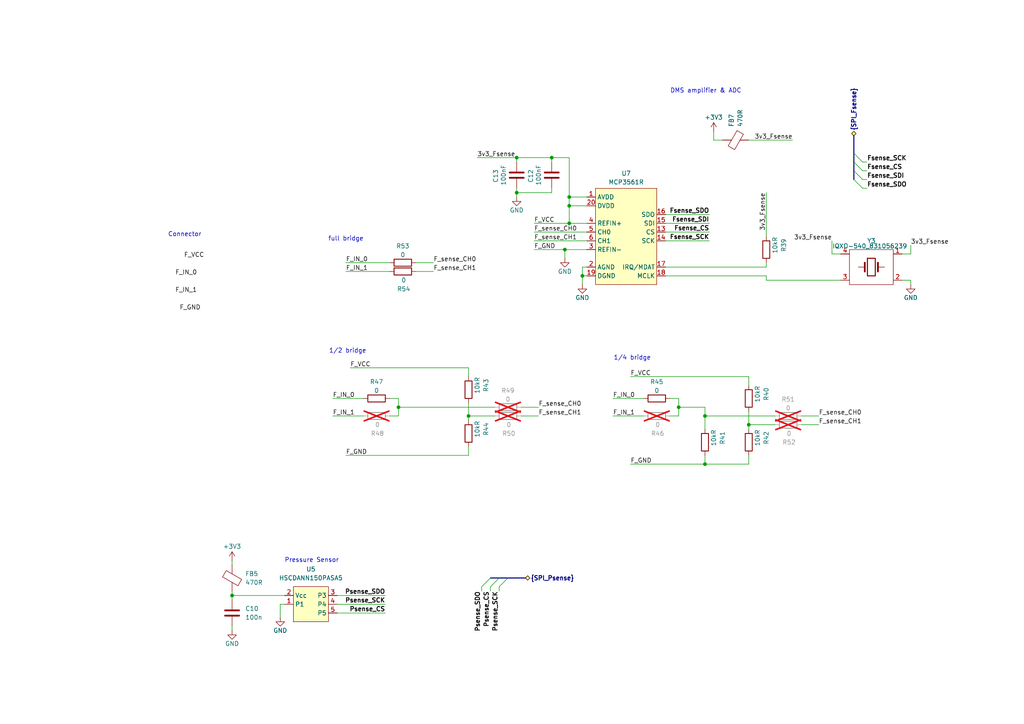
<source format=kicad_sch>
(kicad_sch (version 20250114) (generator "eeschema") (generator_version "9.0")
  (paper "A4")
  (title_block (title "Sensor MCU") (date "2025-08-23") (rev "0") (company "E.R.I.G. e.V"))
  (lib_symbols
    (symbol "Crystal_Wurth_WE-SPXO:IQXO-540_831056239" (pin_names (hide yes))
      (property "Reference" "Y" (at 0 5.08 0))
      (symbol "IQXO-540_831056239_0_1"
        (rectangle (start -6.35 5.08) (end 6.35 -5.08))
        (polyline (pts (xy -3.81 0) (xy -1.905 0)))
        (polyline (pts (xy -1.905 -1.27) (xy -1.905 1.27)) (stroke (width 0.508)))
        (rectangle (start -1.143 2.54) (end 1.143 -2.54) (stroke (width 0.3048)))
        (polyline (pts (xy 1.905 -1.27) (xy 1.905 1.27)) (stroke (width 0.508)))
        (polyline (pts (xy 3.81 0) (xy 1.905 0)))
      )
      (symbol "IQXO-540_831056239_1_1"
        (pin passive line (at -8.89 3.81 0) (length 2.54) (name "E/D") (number "1"))
        (pin passive line (at -8.89 -3.81 0) (length 2.54) (name "GND") (number "2"))
        (pin passive line (at 8.89 3.81 180) (length 2.54) (name "+VS") (number "4"))
        (pin passive line (at 8.89 -3.81 180) (length 2.54) (name "OUT") (number "3"))
      )
    )
    (symbol "Device:C" (pin_numbers (hide yes)) (pin_names (offset 0.254))
      (property "Reference" "C" (at 0.635 2.54 0))
      (property "Value" "C" (at 0.635 -2.54 0))
      (symbol "C_0_1"
        (polyline (pts (xy -2.032 0.762) (xy 2.032 0.762)) (stroke (width 0.508)))
        (polyline (pts (xy -2.032 -0.762) (xy 2.032 -0.762)) (stroke (width 0.508)))
      )
      (symbol "C_1_1"
        (pin passive line (at 0 3.81 270) (length 2.794) (name "~") (number "1"))
        (pin passive line (at 0 -3.81 90) (length 2.794) (name "~") (number "2"))
      )
    )
    (symbol "Device:FerriteBead" (pin_numbers (hide yes)) (pin_names (offset 0))
      (property "Reference" "FB" (at -3.81 0.635 90))
      (property "Value" "FerriteBead" (at 3.81 0 90))
      (symbol "FerriteBead_0_1"
        (polyline (pts (xy -2.7686 0.4064) (xy -1.7018 2.2606) (xy 2.7686 -0.3048) (xy 1.6764 -2.159) (xy -2.7686 0.4064)))
        (polyline (pts (xy 0 1.27) (xy 0 1.2954)))
        (polyline (pts (xy 0 -1.27) (xy 0 -1.2192)))
      )
      (symbol "FerriteBead_1_1"
        (pin passive line (at 0 3.81 270) (length 2.54) (name "~") (number "1"))
        (pin passive line (at 0 -3.81 90) (length 2.54) (name "~") (number "2"))
      )
    )
    (symbol "Device:R" (pin_numbers (hide yes)) (pin_names (offset 0))
      (property "Reference" "R" (at 2.032 0 90))
      (property "Value" "R" (at 0 0 90))
      (symbol "R_0_1"
        (rectangle (start -1.016 -2.54) (end 1.016 2.54) (stroke (width 0.254)))
      )
      (symbol "R_1_1"
        (pin passive line (at 0 3.81 270) (length 1.27) (name "~") (number "1"))
        (pin passive line (at 0 -3.81 90) (length 1.27) (name "~") (number "2"))
      )
    )
    (symbol "RAT_symbols:HSCDANN150PASA5"
      (property "Reference" "U" (at 2.794 6.604 0))
      (symbol "HSCDANN150PASA5_1_1"
        (rectangle (start -5.08 5.08) (end 5.08 -5.08) (fill (type background)))
        (pin power_in line (at -7.62 2.54 0) (length 2.54) (name "Vcc") (number "2"))
        (pin input line (at -7.62 0 0) (length 2.54) (name "P1") (number "1"))
        (pin no_connect line (at 0 7.62 270) (length 2.54) (hide yes) (name "NC") (number "6"))
        (pin no_connect line (at 0 7.62 270) (length 2.54) (hide yes) (name "NC") (number "7"))
        (pin no_connect line (at 0 7.62 270) (length 2.54) (hide yes) (name "NC") (number "8"))
        (pin input line (at 7.62 2.54 180) (length 2.54) (name "P3") (number "3"))
        (pin input line (at 7.62 0 180) (length 2.54) (name "P4") (number "4"))
        (pin input line (at 7.62 -2.54 180) (length 2.54) (name "P5") (number "5"))
      )
    )
    (symbol "RAT_symbols:MCP3561R"
      (property "Reference" "U" (at -7.112 30.988 0))
      (symbol "MCP3561R_1_1"
        (rectangle (start -7.62 27.94) (end 10.16 0) (fill (type background)))
        (pin power_in line (at -10.16 25.4 0) (length 2.54) (name "AVDD") (number "1"))
        (pin power_in line (at -10.16 22.86 0) (length 2.54) (name "DVDD") (number "20"))
        (pin input line (at -10.16 17.78 0) (length 2.54) (name "REFIN+") (number "4"))
        (pin input line (at -10.16 15.24 0) (length 2.54) (name "CH0") (number "5"))
        (pin input line (at -10.16 12.7 0) (length 2.54) (name "CH1") (number "6"))
        (pin input line (at -10.16 10.16 0) (length 2.54) (name "REFIN-") (number "3"))
        (pin power_in line (at -10.16 5.08 0) (length 2.54) (name "AGND") (number "2"))
        (pin power_in line (at -10.16 2.54 0) (length 2.54) (name "DGND") (number "19"))
        (pin no_connect line (at 12.7 25.4 180) (length 2.54) (hide yes) (name "NC") (number "10"))
        (pin no_connect line (at 12.7 25.4 180) (length 2.54) (hide yes) (name "NC") (number "11"))
        (pin no_connect line (at 12.7 25.4 180) (length 2.54) (hide yes) (name "NC") (number "12"))
        (pin no_connect line (at 12.7 25.4 180) (length 2.54) (hide yes) (name "NC") (number "7"))
        (pin no_connect line (at 12.7 25.4 180) (length 2.54) (hide yes) (name "NC") (number "8"))
        (pin no_connect line (at 12.7 25.4 180) (length 2.54) (hide yes) (name "NC") (number "9"))
        (pin output line (at 12.7 20.32 180) (length 2.54) (name "SDO") (number "16"))
        (pin input line (at 12.7 17.78 180) (length 2.54) (name "SDI") (number "15"))
        (pin input line (at 12.7 15.24 180) (length 2.54) (name "CS") (number "13"))
        (pin bidirectional line (at 12.7 12.7 180) (length 2.54) (name "SCK") (number "14"))
        (pin unspecified line (at 12.7 5.08 180) (length 2.54) (name "IRQ/MDAT") (number "17"))
        (pin bidirectional line (at 12.7 2.54 180) (length 2.54) (name "MCLK") (number "18"))
      )
    )
    (symbol "power:+3V3" (power) (pin_numbers (hide yes)) (pin_names (offset 0) (hide yes))
      (property "Value" "+3V3" (at 0 3.556 0))
      (symbol "+3V3_0_1"
        (polyline (pts (xy -0.762 1.27) (xy 0 2.54)))
        (polyline (pts (xy 0 2.54) (xy 0.762 1.27)))
        (polyline (pts (xy 0 0) (xy 0 2.54)))
      )
      (symbol "+3V3_1_1"
        (pin power_in line (at 0 0 90) (length 0) (name "~") (number "1"))
      )
    )
    (symbol "power:GND" (power) (pin_numbers (hide yes)) (pin_names (offset 0) (hide yes))
      (property "Value" "GND" (at 0 -3.81 0))
      (symbol "GND_0_1"
        (polyline (pts (xy 0 0) (xy 0 -1.27) (xy 1.27 -1.27) (xy 0 -2.54) (xy -1.27 -1.27) (xy 0 -1.27)))
      )
      (symbol "GND_1_1"
        (pin power_in line (at 0 0 270) (length 0) (name "~") (number "1"))
      )
    )
  )
  (bus_alias "{Fsense_SPI}" (members "Fsense_SDO" "Fsense_SDI" "Fsense_CS" "Fsense_SCK"))
  (bus_alias "{Psense_SPI}" (members "Psense_SDO" "Psense_SCK" "Psense_CS"))
  (text "1/4 bridge" (at 183.388 103.886 0) (effects (font (size 1.27 1.27))))
  (text "DMS amplifier & ADC" (at 204.724 26.416 0) (effects (font (size 1.27 1.27))))
  (text "full bridge" (at 100.33 69.342 0) (effects (font (size 1.27 1.27))))
  (text "Connector" (at 53.594 68.072 0) (effects (font (size 1.27 1.27))))
  (text "1/2 bridge" (at 100.838 101.854 0) (effects (font (size 1.27 1.27))))
  (text "Pressure Sensor" (at 90.424 162.56 0) (effects (font (size 1.27 1.27))))
  (junction (at 149.86 55.88))
  (junction (at 168.91 80.01))
  (junction (at 149.86 45.72))
  (junction (at 160.02 45.72))
  (junction (at 165.1 59.69))
  (junction (at 196.85 118.11))
  (junction (at 165.1 64.77))
  (junction (at 204.47 134.62))
  (junction (at 204.47 120.65))
  (junction (at 135.89 120.65))
  (junction (at 217.17 123.19))
  (junction (at 115.57 118.11))
  (junction (at 163.83 72.39))
  (junction (at 165.1 57.15))
  (junction (at 67.31 172.72))
  (bus_entry (at 144.78 170.18) (size 2.54 -2.54))
  (bus_entry (at 250.19 54.61) (size -2.54 -2.54))
  (bus_entry (at 139.7 170.18) (size 2.54 -2.54))
  (bus_entry (at 250.19 49.53) (size -2.54 -2.54))
  (bus_entry (at 250.19 46.99) (size -2.54 -2.54))
  (bus_entry (at 250.19 52.07) (size -2.54 -2.54))
  (bus_entry (at 142.24 170.18) (size 2.54 -2.54))
  (wire (pts (xy 182.88 109.22) (xy 217.17 109.22)))
  (wire (pts (xy 261.62 73.66) (xy 264.16 73.66)))
  (wire (pts (xy 97.79 177.8) (xy 111.76 177.8)))
  (wire (pts (xy 194.31 120.65) (xy 196.85 120.65)))
  (wire (pts (xy 243.84 73.66) (xy 241.3 73.66)))
  (wire (pts (xy 222.25 77.47) (xy 193.04 77.47)))
  (wire (pts (xy 135.89 129.54) (xy 135.89 132.08)))
  (wire (pts (xy 113.03 120.65) (xy 115.57 120.65)))
  (wire (pts (xy 217.17 40.64) (xy 229.87 40.64)))
  (wire (pts (xy 115.57 118.11) (xy 143.51 118.11)))
  (wire (pts (xy 160.02 45.72) (xy 160.02 46.99)))
  (wire (pts (xy 232.41 120.65) (xy 237.49 120.65)))
  (wire (pts (xy 96.52 120.65) (xy 105.41 120.65)))
  (wire (pts (xy 67.31 181.61) (xy 67.31 182.88)))
  (wire (pts (xy 196.85 115.57) (xy 194.31 115.57)))
  (wire (pts (xy 142.24 170.18) (xy 142.24 171.45)))
  (wire (pts (xy 135.89 106.68) (xy 135.89 109.22)))
  (wire (pts (xy 193.04 67.31) (xy 205.74 67.31)))
  (wire (pts (xy 196.85 120.65) (xy 196.85 118.11)))
  (wire (pts (xy 165.1 59.69) (xy 165.1 57.15)))
  (wire (pts (xy 193.04 80.01) (xy 222.25 80.01)))
  (bus (pts (xy 142.24 167.64) (xy 144.78 167.64)))
  (wire (pts (xy 251.46 46.99) (xy 250.19 46.99)))
  (wire (pts (xy 241.3 69.85) (xy 241.3 73.66)))
  (wire (pts (xy 222.25 76.2) (xy 222.25 77.47)))
  (wire (pts (xy 243.84 81.28) (xy 222.25 81.28)))
  (wire (pts (xy 115.57 115.57) (xy 113.03 115.57)))
  (wire (pts (xy 67.31 173.99) (xy 67.31 172.72)))
  (wire (pts (xy 160.02 55.88) (xy 149.86 55.88)))
  (wire (pts (xy 193.04 64.77) (xy 205.74 64.77)))
  (wire (pts (xy 204.47 118.11) (xy 196.85 118.11)))
  (wire (pts (xy 264.16 81.28) (xy 261.62 81.28)))
  (wire (pts (xy 115.57 115.57) (xy 115.57 118.11)))
  (wire (pts (xy 196.85 118.11) (xy 196.85 115.57)))
  (wire (pts (xy 217.17 123.19) (xy 217.17 124.46)))
  (wire (pts (xy 168.91 77.47) (xy 168.91 80.01)))
  (wire (pts (xy 154.94 64.77) (xy 165.1 64.77)))
  (wire (pts (xy 67.31 171.45) (xy 67.31 172.72)))
  (wire (pts (xy 160.02 54.61) (xy 160.02 55.88)))
  (wire (pts (xy 193.04 62.23) (xy 205.74 62.23)))
  (bus (pts (xy 247.65 49.53) (xy 247.65 46.99)))
  (wire (pts (xy 170.18 57.15) (xy 165.1 57.15)))
  (wire (pts (xy 67.31 162.56) (xy 67.31 163.83)))
  (wire (pts (xy 193.04 69.85) (xy 205.74 69.85)))
  (wire (pts (xy 135.89 116.84) (xy 135.89 120.65)))
  (wire (pts (xy 149.86 54.61) (xy 149.86 55.88)))
  (wire (pts (xy 250.19 49.53) (xy 251.46 49.53)))
  (wire (pts (xy 149.86 45.72) (xy 160.02 45.72)))
  (wire (pts (xy 168.91 80.01) (xy 170.18 80.01)))
  (wire (pts (xy 204.47 120.65) (xy 224.79 120.65)))
  (wire (pts (xy 264.16 82.55) (xy 264.16 81.28)))
  (wire (pts (xy 207.01 40.64) (xy 207.01 38.1)))
  (wire (pts (xy 96.52 115.57) (xy 105.41 115.57)))
  (wire (pts (xy 144.78 171.45) (xy 144.78 170.18)))
  (wire (pts (xy 67.31 172.72) (xy 82.55 172.72)))
  (wire (pts (xy 217.17 132.08) (xy 217.17 134.62)))
  (wire (pts (xy 81.28 175.26) (xy 82.55 175.26)))
  (wire (pts (xy 151.13 120.65) (xy 156.21 120.65)))
  (wire (pts (xy 163.83 74.93) (xy 163.83 72.39)))
  (bus (pts (xy 247.65 44.45) (xy 247.65 39.37)))
  (wire (pts (xy 120.65 78.74) (xy 125.73 78.74)))
  (wire (pts (xy 165.1 57.15) (xy 165.1 45.72)))
  (wire (pts (xy 100.33 132.08) (xy 135.89 132.08)))
  (wire (pts (xy 97.79 172.72) (xy 111.76 172.72)))
  (wire (pts (xy 165.1 45.72) (xy 160.02 45.72)))
  (wire (pts (xy 165.1 64.77) (xy 165.1 59.69)))
  (wire (pts (xy 217.17 134.62) (xy 204.47 134.62)))
  (wire (pts (xy 250.19 52.07) (xy 251.46 52.07)))
  (wire (pts (xy 135.89 120.65) (xy 143.51 120.65)))
  (wire (pts (xy 100.33 78.74) (xy 113.03 78.74)))
  (wire (pts (xy 204.47 120.65) (xy 204.47 124.46)))
  (wire (pts (xy 264.16 71.12) (xy 264.16 73.66)))
  (wire (pts (xy 217.17 123.19) (xy 224.79 123.19)))
  (wire (pts (xy 101.6 106.68) (xy 135.89 106.68)))
  (wire (pts (xy 120.65 76.2) (xy 125.73 76.2)))
  (wire (pts (xy 168.91 82.55) (xy 168.91 80.01)))
  (wire (pts (xy 170.18 77.47) (xy 168.91 77.47)))
  (wire (pts (xy 154.94 67.31) (xy 170.18 67.31)))
  (wire (pts (xy 154.94 72.39) (xy 163.83 72.39)))
  (wire (pts (xy 207.01 40.64) (xy 209.55 40.64)))
  (bus (pts (xy 144.78 167.64) (xy 147.32 167.64)))
  (wire (pts (xy 217.17 119.38) (xy 217.17 123.19)))
  (wire (pts (xy 222.25 80.01) (xy 222.25 81.28)))
  (wire (pts (xy 204.47 118.11) (xy 204.47 120.65)))
  (wire (pts (xy 163.83 72.39) (xy 170.18 72.39)))
  (wire (pts (xy 97.79 175.26) (xy 111.76 175.26)))
  (wire (pts (xy 149.86 55.88) (xy 149.86 57.15)))
  (wire (pts (xy 151.13 118.11) (xy 156.21 118.11)))
  (wire (pts (xy 232.41 123.19) (xy 237.49 123.19)))
  (wire (pts (xy 138.43 45.72) (xy 149.86 45.72)))
  (bus (pts (xy 247.65 52.07) (xy 247.65 49.53)))
  (wire (pts (xy 139.7 171.45) (xy 139.7 170.18)))
  (wire (pts (xy 177.8 120.65) (xy 186.69 120.65)))
  (wire (pts (xy 135.89 120.65) (xy 135.89 121.92)))
  (wire (pts (xy 100.33 76.2) (xy 113.03 76.2)))
  (wire (pts (xy 217.17 109.22) (xy 217.17 111.76)))
  (wire (pts (xy 251.46 54.61) (xy 250.19 54.61)))
  (wire (pts (xy 115.57 118.11) (xy 115.57 120.65)))
  (bus (pts (xy 247.65 46.99) (xy 247.65 44.45)))
  (wire (pts (xy 149.86 46.99) (xy 149.86 45.72)))
  (wire (pts (xy 170.18 59.69) (xy 165.1 59.69)))
  (wire (pts (xy 177.8 115.57) (xy 186.69 115.57)))
  (wire (pts (xy 81.28 179.07) (xy 81.28 175.26)))
  (wire (pts (xy 182.88 134.62) (xy 204.47 134.62)))
  (bus (pts (xy 147.32 167.64) (xy 152.4 167.64)))
  (wire (pts (xy 222.25 55.88) (xy 222.25 68.58)))
  (wire (pts (xy 204.47 134.62) (xy 204.47 132.08)))
  (wire (pts (xy 170.18 64.77) (xy 165.1 64.77)))
  (wire (pts (xy 154.94 69.85) (xy 170.18 69.85)))
  (label "F_VCC" (at 154.94 64.77 0))
  (label "Psense_CS" (at 111.76 177.8 180) (effects (font (bold yes))))
  (label "Fsense_CS" (at 251.46 49.53 0) (effects (font (bold yes))))
  (label "F_IN_0" (at 50.8 80.01 0))
  (label "F_sense_CH1" (at 154.94 69.85 0))
  (label "Fsense_SDO" (at 205.74 62.23 180) (effects (font (bold yes))))
  (label "Fsense_SCK" (at 205.74 69.85 180) (effects (font (bold yes))))
  (label "F_GND" (at 100.33 132.08 0))
  (label "F_IN_1" (at 177.8 120.65 0))
  (label "3v3_Fsense" (at 264.16 71.12 0))
  (label "3v3_Fsense" (at 138.43 45.72 0))
  (label "F_sense_CH0" (at 237.49 120.65 0))
  (label "Fsense_SDO" (at 251.46 54.61 0) (effects (font (bold yes))))
  (label "F_IN_0" (at 100.33 76.2 0))
  (label "F_IN_0" (at 96.52 115.57 0))
  (label "Psense_CS" (at 142.24 171.45 270) (effects (font (bold yes))))
  (label "F_sense_CH1" (at 237.49 123.19 0))
  (label "F_IN_1" (at 100.33 78.74 0))
  (label "F_GND" (at 182.88 134.62 0))
  (label "Fsense_SDI" (at 205.74 64.77 180) (effects (font (bold yes))))
  (label "F_sense_CH0" (at 156.21 118.11 0))
  (label "F_sense_CH1" (at 125.73 78.74 0))
  (label "F_GND" (at 154.94 72.39 0))
  (label "Psense_SCK" (at 111.76 175.26 180) (effects (font (bold yes))))
  (label "F_VCC" (at 53.34 74.93 0))
  (label "3v3_Fsense" (at 222.25 55.88 270))
  (label "F_sense_CH0" (at 125.73 76.2 0))
  (label "Fsense_CS" (at 205.74 67.31 180) (effects (font (bold yes))))
  (label "F_GND" (at 52.07 90.17 0))
  (label "Psense_SDO" (at 139.7 171.45 270) (effects (font (bold yes))))
  (label "F_VCC" (at 101.6 106.68 0))
  (label "F_sense_CH1" (at 156.21 120.65 0))
  (label "F_VCC" (at 182.88 109.22 0))
  (label "F_IN_1" (at 96.52 120.65 0))
  (label "Fsense_SDI" (at 251.46 52.07 0) (effects (font (bold yes))))
  (label "F_sense_CH0" (at 154.94 67.31 0))
  (label "F_IN_1" (at 50.8 85.09 0))
  (label "3v3_Fsense" (at 241.3 69.85 180))
  (label "Fsense_SCK" (at 251.46 46.99 0) (effects (font (bold yes))))
  (label "Psense_SCK" (at 144.78 171.45 270) (effects (font (bold yes))))
  (label "F_IN_0" (at 177.8 115.57 0))
  (label "3v3_Fsense" (at 229.87 40.64 180))
  (label "Psense_SDO" (at 111.76 172.72 180) (effects (font (bold yes))))
  (hierarchical_label "{SPI_Psense}" (shape bidirectional) (at 152.4 167.64 0) (effects (font (bold yes))))
  (hierarchical_label "{SPI_Fsense}" (shape bidirectional) (at 247.65 39.37 90) (effects (font (bold yes))))
  (symbol (lib_id "Device:C") (at 67.31 177.8 0) (unit 1)
    (property "Reference" "C10" (at 71.12 176.5299 0) (effects (justify left)))
    (property "Value" "100n" (at 71.12 179.0699 0) (effects (justify left)))
    (property "Footprint" "Capacitor_SMD:C_0603_1608Metric" (effects (hide yes)))
    (property "Description" "Unpolarized capacitor" (effects (hide yes)))
  )
  (symbol (lib_id "Device:C") (at 149.86 50.8 0) (unit 1)
    (property "Reference" "C13" (at 143.764 51.054 90))
    (property "Value" "100nF" (at 146.05 50.8 90))
    (property "Footprint" "Capacitor_SMD:C_0603_1608Metric" (effects (hide yes)))
    (property "Datasheet" "WE 885012206020" (effects (hide yes)))
    (property "Voltage" "10V" (effects (hide yes)))
  )
  (symbol (lib_id "Device:R") (at 109.22 115.57 90) (unit 1)
    (property "Reference" "R47" (at 109.22 110.744 90))
    (property "Value" "0" (at 109.22 113.284 90))
    (property "Footprint" "Resistor_SMD:R_0603_1608Metric" (effects (hide yes)))
  )
  (symbol (lib_id "power:GND") (at 81.28 179.07 0) (unit 1)
    (property "Reference" "#PWR056" (effects (hide yes)))
    (property "Value" "GND" (at 81.28 182.88 0))
    (property "Description" "Power symbol creates a global label with name \"GND\" , ground" (effects (hide yes)))
  )
  (symbol (lib_id "Device:R") (at 228.6 123.19 270) (unit 1) (dnp yes)
    (property "Reference" "R52" (at 228.854 128.27 90))
    (property "Value" "0" (at 228.854 125.73 90))
    (property "Footprint" "Resistor_SMD:R_0603_1608Metric" (effects (hide yes)))
  )
  (symbol (lib_id "RAT_symbols:HSCDANN150PASA5") (at 90.17 175.26 0) (unit 1)
    (property "Reference" "U5" (at 90.17 165.1 0))
    (property "Value" "HSCDANN150PASA5" (at 90.17 167.64 0))
    (property "Footprint" "RAT_foot_Library:HSCDANN150PASA5" (effects (hide yes)))
  )
  (symbol (lib_id "Device:C") (at 160.02 50.8 0) (unit 1)
    (property "Reference" "C12" (at 153.924 51.054 90))
    (property "Value" "100nF" (at 156.21 50.8 90))
    (property "Footprint" "Capacitor_SMD:C_0603_1608Metric" (effects (hide yes)))
    (property "Datasheet" "WE 885012206020" (effects (hide yes)))
    (property "Voltage" "10V" (effects (hide yes)))
  )
  (symbol (lib_id "Device:R") (at 135.89 113.03 0) (unit 1)
    (property "Reference" "R43" (at 140.97 111.76 90))
    (property "Value" "10kR" (at 138.43 111.76 90))
    (property "Footprint" "Resistor_SMD:R_0603_1608Metric" (effects (hide yes)))
  )
  (symbol (lib_id "Device:R") (at 190.5 120.65 270) (unit 1) (dnp yes)
    (property "Reference" "R46" (at 190.754 125.73 90))
    (property "Value" "0" (at 190.754 123.19 90))
    (property "Footprint" "Resistor_SMD:R_0603_1608Metric" (effects (hide yes)))
  )
  (symbol (lib_id "Device:R") (at 147.32 120.65 270) (unit 1) (dnp yes)
    (property "Reference" "R50" (at 147.574 125.73 90))
    (property "Value" "0" (at 147.574 123.19 90))
    (property "Footprint" "Resistor_SMD:R_0603_1608Metric" (effects (hide yes)))
  )
  (symbol (lib_id "Device:R") (at 135.89 125.73 0) (unit 1)
    (property "Reference" "R44" (at 140.97 124.46 90))
    (property "Value" "10kR" (at 138.43 124.46 90))
    (property "Footprint" "Resistor_SMD:R_0603_1608Metric" (effects (hide yes)))
  )
  (symbol (lib_id "power:+3V3") (at 207.01 38.1 0) (unit 1)
    (property "Reference" "#PWR063" (effects (hide yes)))
    (property "Value" "+3V3" (at 207.01 34.036 0))
    (property "Description" "Power symbol creates a global label with name \"+3V3\"" (effects (hide yes)))
  )
  (symbol (lib_id "power:GND") (at 163.83 74.93 0) (unit 1)
    (property "Reference" "#PWR060" (effects (hide yes)))
    (property "Value" "GND" (at 163.83 78.74 0))
    (property "Description" "Power symbol creates a global label with name \"GND\" , ground" (effects (hide yes)))
  )
  (symbol (lib_id "Device:R") (at 222.25 72.39 0) (unit 1)
    (property "Reference" "R39" (at 227.33 71.12 90))
    (property "Value" "10kR" (at 224.79 71.12 90))
    (property "Footprint" "Resistor_SMD:R_0603_1608Metric" (effects (hide yes)))
  )
  (symbol (lib_id "Device:R") (at 217.17 115.57 0) (unit 1)
    (property "Reference" "R40" (at 222.25 114.3 90))
    (property "Value" "10kR" (at 219.71 114.3 90))
    (property "Footprint" "Resistor_SMD:R_0603_1608Metric" (effects (hide yes)))
  )
  (symbol (lib_id "Crystal_Wurth_WE-SPXO:IQXO-540_831056239") (at 252.73 77.47 0) (mirror y) (unit 1)
    (property "Reference" "Y3" (at 252.73 69.85 0))
    (property "Value" "IQXO-540_831056239" (at 263.144 71.374 0) (effects (justify left)))
    (property "Footprint" "Crystal_SMD_Wurth:Y_Wurth_WE-SPXO-IQXO-540" (effects (hide yes)))
    (property "Datasheet" "https://www.we-online.com/catalog/datasheet/831056239.pdf?ki" (effects (hide yes)))
    (property "Description" "Simple Packaged Quartz Oscillator ED" (effects (hide yes)))
    (property "Manufacturer" "Wurth Elektronik" (effects (hide yes)))
    (property "Manufacturer URL" "https://www.we-online.com" (effects (hide yes)))
    (property "Published Date" "20250903" (effects (hide yes)))
    (property "Match Code" "WE-SPXO" (effects (hide yes)))
    (property "Part Number" "831056239" (effects (hide yes)))
    (property "Size" "IQXO-540" (effects (hide yes)))
    (property "Mounting Technology" "SMT" (effects (hide yes)))
    (property "Application" "UART, 3G/4G/5G, Small Cell" (effects (hide yes)))
    (property "f" "19.2 MHz" (effects (hide yes)))
    (property "Stability (ppm)" "50" (effects (hide yes)))
    (property "Operating Temperature" "-40 °C up to +85 °C" (effects (hide yes)))
    (property "Output Logic" "CMOS" (effects (hide yes)))
    (property "VSupply" "3.3 V" (effects (hide yes)))
    (property "sym_type" "SPXO_4p_ED" (effects (hide yes)))
  )
  (symbol (lib_id "Device:R") (at 217.17 128.27 0) (unit 1)
    (property "Reference" "R42" (at 222.25 127 90))
    (property "Value" "10kR" (at 219.71 127 90))
    (property "Footprint" "Resistor_SMD:R_0603_1608Metric" (effects (hide yes)))
  )
  (symbol (lib_id "power:GND") (at 264.16 82.55 0) (mirror y) (unit 1)
    (property "Reference" "#PWR062" (effects (hide yes)))
    (property "Value" "GND" (at 264.16 86.36 0))
    (property "Description" "Power symbol creates a global label with name \"GND\" , ground" (effects (hide yes)))
  )
  (symbol (lib_id "Device:R") (at 204.47 128.27 0) (unit 1)
    (property "Reference" "R41" (at 209.55 127 90))
    (property "Value" "10kR" (at 207.01 127 90))
    (property "Footprint" "Resistor_SMD:R_0603_1608Metric" (effects (hide yes)))
  )
  (symbol (lib_id "Device:R") (at 147.32 118.11 90) (unit 1) (dnp yes)
    (property "Reference" "R49" (at 147.32 113.284 90))
    (property "Value" "0" (at 147.32 115.824 90))
    (property "Footprint" "Resistor_SMD:R_0603_1608Metric" (effects (hide yes)))
  )
  (symbol (lib_id "power:GND") (at 67.31 182.88 0) (unit 1)
    (property "Reference" "#PWR055" (effects (hide yes)))
    (property "Value" "GND" (at 67.31 186.69 0))
    (property "Description" "Power symbol creates a global label with name \"GND\" , ground" (effects (hide yes)))
  )
  (symbol (lib_id "Device:FerriteBead") (at 213.36 40.64 270) (unit 1)
    (property "Reference" "FB7" (at 212.1407 36.83 0) (effects (justify right)))
    (property "Value" "470R" (at 214.6807 36.83 0) (effects (justify right)))
    (property "Footprint" "Resistor_SMD:R_0603_1608Metric" (effects (hide yes)))
  )
  (symbol (lib_id "Device:FerriteBead") (at 67.31 167.64 180) (unit 1)
    (property "Reference" "FB5" (at 71.12 166.4207 0) (effects (justify right)))
    (property "Value" "470R" (at 71.12 168.9607 0) (effects (justify right)))
    (property "Footprint" "Resistor_SMD:R_0603_1608Metric" (effects (hide yes)))
  )
  (symbol (lib_id "Device:R") (at 190.5 115.57 90) (unit 1)
    (property "Reference" "R45" (at 190.5 110.744 90))
    (property "Value" "0" (at 190.5 113.284 90))
    (property "Footprint" "Resistor_SMD:R_0603_1608Metric" (effects (hide yes)))
  )
  (symbol (lib_id "Device:R") (at 116.84 76.2 90) (unit 1)
    (property "Reference" "R53" (at 116.84 71.374 90))
    (property "Value" "0" (at 116.84 73.914 90))
    (property "Footprint" "Resistor_SMD:R_0603_1608Metric" (effects (hide yes)))
  )
  (symbol (lib_id "power:GND") (at 149.86 57.15 0) (unit 1)
    (property "Reference" "#PWR064" (effects (hide yes)))
    (property "Value" "GND" (at 149.86 60.96 0))
    (property "Description" "Power symbol creates a global label with name \"GND\" , ground" (effects (hide yes)))
  )
  (symbol (lib_id "Device:R") (at 109.22 120.65 270) (unit 1) (dnp yes)
    (property "Reference" "R48" (at 109.474 125.73 90))
    (property "Value" "0" (at 109.474 123.19 90))
    (property "Footprint" "Resistor_SMD:R_0603_1608Metric" (effects (hide yes)))
  )
  (symbol (lib_id "Device:R") (at 116.84 78.74 270) (unit 1)
    (property "Reference" "R54" (at 117.094 83.82 90))
    (property "Value" "0" (at 117.094 81.28 90))
    (property "Footprint" "Resistor_SMD:R_0603_1608Metric" (effects (hide yes)))
  )
  (symbol (lib_id "RAT_symbols:MCP3561R") (at 180.34 82.55 0) (unit 1)
    (property "Reference" "U7" (at 181.61 50.292 0))
    (property "Value" "MCP3561R" (at 181.61 52.832 0))
    (property "Datasheet" "https://www.mouser.de/ProductDetail/Microchip-Technology/MCP3561RT-E-ST?qs=W%2FMpXkg%252BdQ65LmiVjhvJgQ%3D%3D" (effects (hide yes)))
  )
  (symbol (lib_id "Device:R") (at 228.6 120.65 90) (unit 1) (dnp yes)
    (property "Reference" "R51" (at 228.6 115.824 90))
    (property "Value" "0" (at 228.6 118.364 90))
    (property "Footprint" "Resistor_SMD:R_0603_1608Metric" (effects (hide yes)))
  )
  (symbol (lib_id "power:GND") (at 168.91 82.55 0) (unit 1)
    (property "Reference" "#PWR072" (effects (hide yes)))
    (property "Value" "GND" (at 168.91 86.36 0))
    (property "Description" "Power symbol creates a global label with name \"GND\" , ground" (effects (hide yes)))
  )
  (symbol (lib_id "power:+3V3") (at 67.31 162.56 0) (unit 1)
    (property "Reference" "#PWR053" (effects (hide yes)))
    (property "Value" "+3V3" (at 67.31 158.496 0))
    (property "Description" "Power symbol creates a global label with name \"+3V3\"" (effects (hide yes)))
  )
)
</source>
